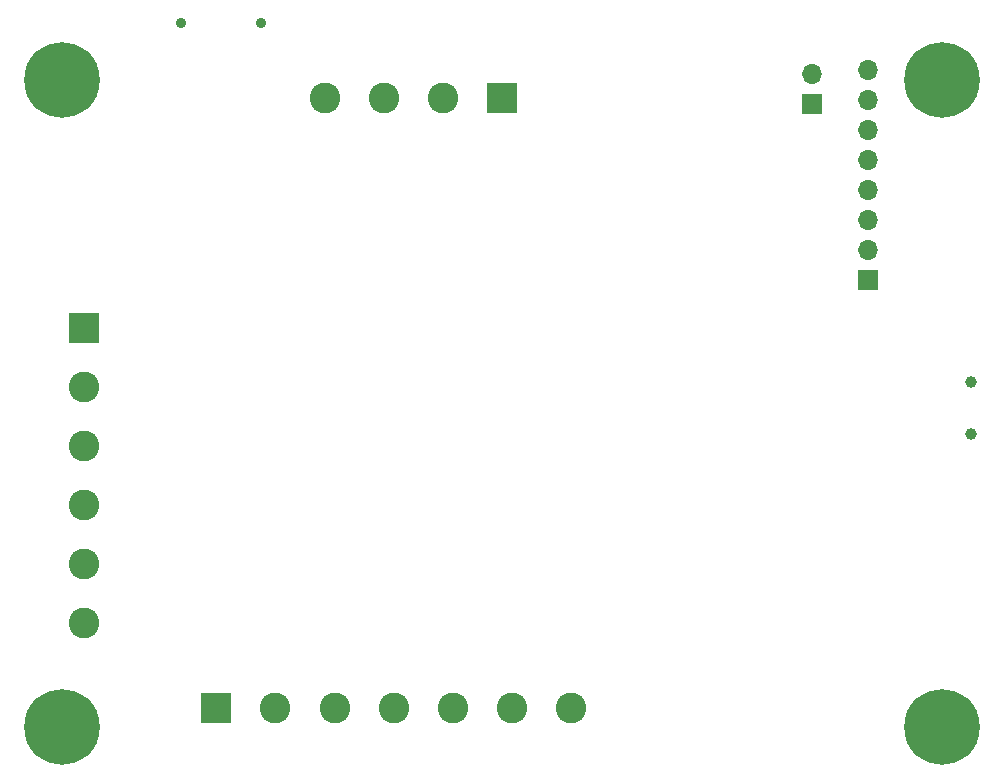
<source format=gbr>
%TF.GenerationSoftware,KiCad,Pcbnew,7.0.7*%
%TF.CreationDate,2023-11-02T23:53:28-05:00*%
%TF.ProjectId,STM32F030,53544d33-3246-4303-9330-2e6b69636164,rev?*%
%TF.SameCoordinates,Original*%
%TF.FileFunction,Soldermask,Bot*%
%TF.FilePolarity,Negative*%
%FSLAX46Y46*%
G04 Gerber Fmt 4.6, Leading zero omitted, Abs format (unit mm)*
G04 Created by KiCad (PCBNEW 7.0.7) date 2023-11-02 23:53:28*
%MOMM*%
%LPD*%
G01*
G04 APERTURE LIST*
%ADD10C,0.800000*%
%ADD11C,6.400000*%
%ADD12R,1.700000X1.700000*%
%ADD13O,1.700000X1.700000*%
%ADD14R,2.600000X2.600000*%
%ADD15C,2.600000*%
%ADD16C,1.000000*%
%ADD17C,0.900000*%
G04 APERTURE END LIST*
D10*
%TO.C,H1*%
X99993750Y-65881250D03*
X100696694Y-64184194D03*
X100696694Y-67578306D03*
X102393750Y-63481250D03*
D11*
X102393750Y-65881250D03*
D10*
X102393750Y-68281250D03*
X104090806Y-64184194D03*
X104090806Y-67578306D03*
X104793750Y-65881250D03*
%TD*%
D12*
%TO.C,UART*%
X165893750Y-67950000D03*
D13*
X165893750Y-65410000D03*
%TD*%
D10*
%TO.C,H3*%
X174496694Y-120650000D03*
X175199638Y-118952944D03*
X175199638Y-122347056D03*
X176896694Y-118250000D03*
D11*
X176896694Y-120650000D03*
D10*
X176896694Y-123050000D03*
X178593750Y-118952944D03*
X178593750Y-122347056D03*
X179296694Y-120650000D03*
%TD*%
D12*
%TO.C,GPIO*%
X170656250Y-82867500D03*
D13*
X170656250Y-80327500D03*
X170656250Y-77787500D03*
X170656250Y-75247500D03*
X170656250Y-72707500D03*
X170656250Y-70167500D03*
X170656250Y-67627500D03*
X170656250Y-65087500D03*
%TD*%
D14*
%TO.C,Analog*%
X104270000Y-86875000D03*
D15*
X104270000Y-91875000D03*
X104270000Y-96875000D03*
X104270000Y-101875000D03*
X104270000Y-106875000D03*
X104270000Y-111875000D03*
%TD*%
D10*
%TO.C,H4*%
X99993750Y-120650000D03*
X100696694Y-118952944D03*
X100696694Y-122347056D03*
X102393750Y-118250000D03*
D11*
X102393750Y-120650000D03*
D10*
X102393750Y-123050000D03*
X104090806Y-118952944D03*
X104090806Y-122347056D03*
X104793750Y-120650000D03*
%TD*%
%TO.C,H2*%
X174496694Y-65881250D03*
X175199638Y-64184194D03*
X175199638Y-67578306D03*
X176896694Y-63481250D03*
D11*
X176896694Y-65881250D03*
D10*
X176896694Y-68281250D03*
X178593750Y-64184194D03*
X178593750Y-67578306D03*
X179296694Y-65881250D03*
%TD*%
D16*
%TO.C,J1*%
X179387500Y-95862500D03*
X179387500Y-91462500D03*
%TD*%
D17*
%TO.C,SW2*%
X119287500Y-61118750D03*
X112487500Y-61118750D03*
%TD*%
D14*
%TO.C,SPI*%
X115493750Y-119062500D03*
D15*
X120493750Y-119062500D03*
X125493750Y-119062500D03*
X130493750Y-119062500D03*
X135493750Y-119062500D03*
X140493750Y-119062500D03*
X145493750Y-119062500D03*
%TD*%
D14*
%TO.C,I2C*%
X139700000Y-67468750D03*
D15*
X134700000Y-67468750D03*
X129700000Y-67468750D03*
X124700000Y-67468750D03*
%TD*%
M02*

</source>
